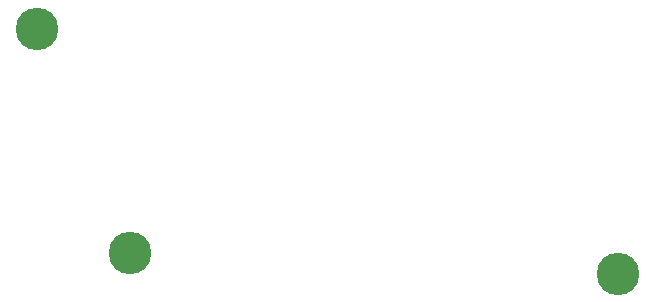
<source format=gbr>
G04 #@! TF.GenerationSoftware,KiCad,Pcbnew,(5.0.0-3-g5ebb6b6)*
G04 #@! TF.CreationDate,2019-09-09T21:19:02-07:00*
G04 #@! TF.ProjectId,panelized001,70616E656C697A65643030312E6B6963,rev?*
G04 #@! TF.SameCoordinates,Original*
G04 #@! TF.FileFunction,Soldermask,Top*
G04 #@! TF.FilePolarity,Negative*
%FSLAX46Y46*%
G04 Gerber Fmt 4.6, Leading zero omitted, Abs format (unit mm)*
G04 Created by KiCad (PCBNEW (5.0.0-3-g5ebb6b6)) date Monday, September 09, 2019 at 09:19:02 PM*
%MOMM*%
%LPD*%
G01*
G04 APERTURE LIST*
%ADD10C,3.600000*%
G04 APERTURE END LIST*
D10*
G04 #@! TO.C,REF\002A\002A*
X184480200Y-83146900D03*
G04 #@! TD*
G04 #@! TO.C,REF\002A\002A*
X225818700Y-84924900D03*
G04 #@! TD*
G04 #@! TO.C,REF\002A\002A*
X176618900Y-64185800D03*
G04 #@! TD*
M02*

</source>
